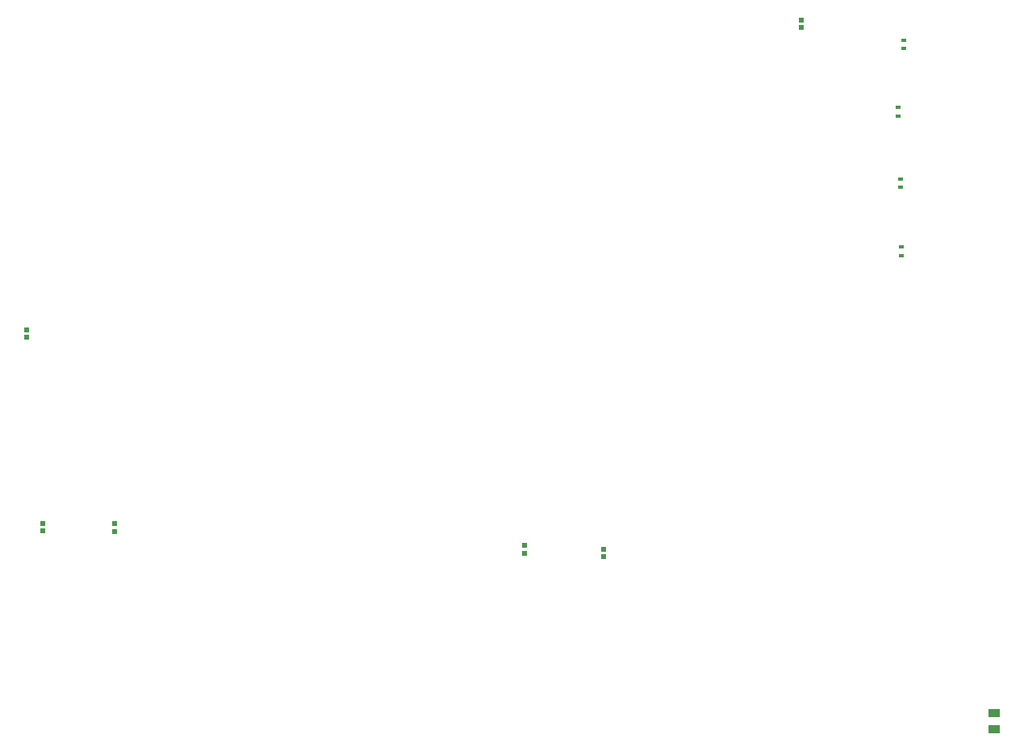
<source format=gtp>
G04*
G04 #@! TF.GenerationSoftware,Altium Limited,Altium NEXUS,1.1.6 (48)*
G04*
G04 Layer_Color=8421504*
%FSLAX25Y25*%
%MOIN*%
G70*
G01*
G75*
%ADD11R,0.05118X0.03347*%
%ADD12R,0.02165X0.01772*%
%ADD13R,0.02047X0.02047*%
D11*
X1204789Y85360D02*
D03*
Y92053D02*
D03*
D12*
X1167421Y370079D02*
D03*
Y366535D02*
D03*
X1165256Y338583D02*
D03*
Y342126D02*
D03*
X1166437Y281102D02*
D03*
Y284646D02*
D03*
X1166240Y309154D02*
D03*
Y312697D02*
D03*
D13*
X841504Y170140D02*
D03*
Y166990D02*
D03*
X1125228Y375262D02*
D03*
Y378412D02*
D03*
X1011004Y161140D02*
D03*
Y157990D02*
D03*
X1043406Y156496D02*
D03*
Y159646D02*
D03*
X805315Y247146D02*
D03*
Y250295D02*
D03*
X811713Y167126D02*
D03*
Y170276D02*
D03*
M02*

</source>
